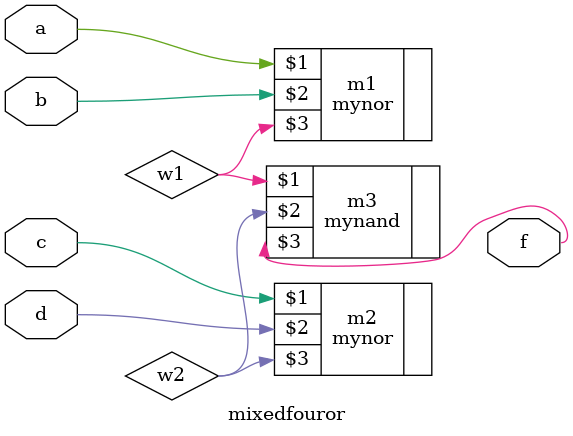
<source format=v>
`timescale 1ns / 1ps
module mixedfouror(
    input a,
    input b,
    input c,
    input d,
    output f
    );
	 wire w1,w2,w3,w4;
	 mynor m1(a,b,w1);
	 mynor m2(c,d,w2);
	 mynand m3(w1,w2,f);

endmodule

</source>
